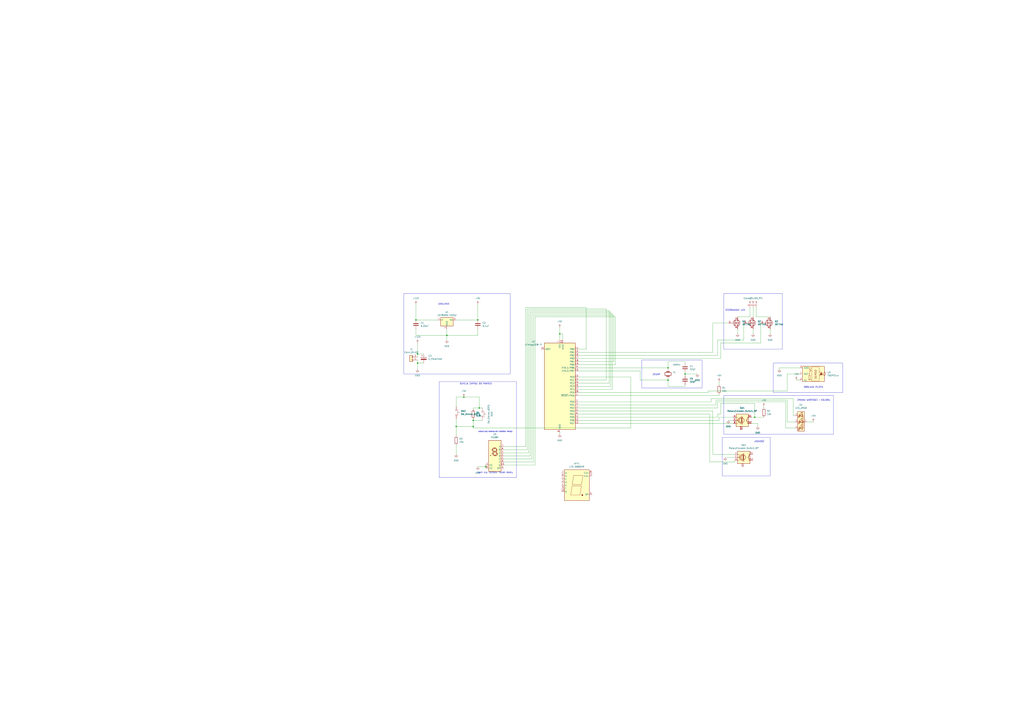
<source format=kicad_sch>
(kicad_sch (version 20231120) (generator "eeschema") (generator_version "8.0")
  (paper "A1")
  (lib_symbols
    (symbol "Connector:Conn_01x03_Pin" (pin_names (offset 1.016) hide)
      (property "Reference" "J" (at 0 5.08 0))
      (property "Value" "Conn_01x03_Pin" (at 0 -5.08 0))
      (symbol "Conn_01x03_Pin_1_1"
        (polyline (pts (xy 1.27 -2.54) (xy 0.8636 -2.54)) (stroke (width 0.1524)))
        (polyline (pts (xy 1.27 0) (xy 0.8636 0)) (stroke (width 0.1524)))
        (polyline (pts (xy 1.27 2.54) (xy 0.8636 2.54)) (stroke (width 0.1524)))
        (rectangle (start 0.8636 -2.413) (end 0 -2.667) (stroke (width 0.1524)) (fill (type outline)))
        (rectangle (start 0.8636 0.127) (end 0 -0.127) (stroke (width 0.1524)) (fill (type outline)))
        (rectangle (start 0.8636 2.667) (end 0 2.413) (stroke (width 0.1524)) (fill (type outline)))
        (pin passive line (at 5.08 2.54 180) (length 3.81) (name "Pin_1") (number "1"))
        (pin passive line (at 5.08 0 180) (length 3.81) (name "Pin_2") (number "2"))
        (pin passive line (at 5.08 -2.54 180) (length 3.81) (name "Pin_3") (number "3"))
      )
    )
    (symbol "Connector_Generic:Conn_01x02" (pin_names (offset 1.016) hide)
      (property "Reference" "J" (at 0 2.54 0))
      (property "Value" "Conn_01x02" (at 0 -5.08 0))
      (symbol "Conn_01x02_1_1"
        (rectangle (start -1.27 -2.413) (end 0 -2.667) (stroke (width 0.1524)))
        (rectangle (start -1.27 0.127) (end 0 -0.127) (stroke (width 0.1524)))
        (rectangle (start -1.27 1.27) (end 1.27 -3.81) (stroke (width 0.254)) (fill (type background)))
        (pin passive line (at -5.08 0 0) (length 3.81) (name "Pin_1") (number "1"))
        (pin passive line (at -5.08 -2.54 0) (length 3.81) (name "Pin_2") (number "2"))
      )
    )
    (symbol "Device:C" (pin_numbers hide) (pin_names (offset 0.254))
      (property "Reference" "C" (at 0.635 2.54 0))
      (property "Value" "C" (at 0.635 -2.54 0))
      (symbol "C_0_1"
        (polyline (pts (xy -2.032 -0.762) (xy 2.032 -0.762)) (stroke (width 0.508)))
        (polyline (pts (xy -2.032 0.762) (xy 2.032 0.762)) (stroke (width 0.508)))
      )
      (symbol "C_1_1"
        (pin passive line (at 0 3.81 270) (length 2.794) (name "~") (number "1"))
        (pin passive line (at 0 -3.81 90) (length 2.794) (name "~") (number "2"))
      )
    )
    (symbol "Device:C_Polarized" (pin_numbers hide) (pin_names (offset 0.254))
      (property "Reference" "C" (at 0.635 2.54 0))
      (property "Value" "C_Polarized" (at 0.635 -2.54 0))
      (symbol "C_Polarized_0_1"
        (rectangle (start -2.286 0.508) (end 2.286 1.016))
        (polyline (pts (xy -1.778 2.286) (xy -0.762 2.286)))
        (polyline (pts (xy -1.27 2.794) (xy -1.27 1.778)))
        (rectangle (start 2.286 -0.508) (end -2.286 -1.016) (fill (type outline)))
      )
      (symbol "C_Polarized_1_1"
        (pin passive line (at 0 3.81 270) (length 2.794) (name "~") (number "1"))
        (pin passive line (at 0 -3.81 90) (length 2.794) (name "~") (number "2"))
      )
    )
    (symbol "Device:Crystal" (pin_numbers hide) (pin_names (offset 1.016) hide)
      (property "Reference" "Y" (at 0 3.81 0))
      (property "Value" "Crystal" (at 0 -3.81 0))
      (symbol "Crystal_0_1"
        (rectangle (start -1.143 2.54) (end 1.143 -2.54) (stroke (width 0.3048)))
        (polyline (pts (xy -2.54 0) (xy -1.905 0)))
        (polyline (pts (xy -1.905 -1.27) (xy -1.905 1.27)) (stroke (width 0.508)))
        (polyline (pts (xy 1.905 -1.27) (xy 1.905 1.27)) (stroke (width 0.508)))
        (polyline (pts (xy 2.54 0) (xy 1.905 0)))
      )
      (symbol "Crystal_1_1"
        (pin passive line (at -3.81 0 0) (length 1.27) (name "1") (number "1"))
        (pin passive line (at 3.81 0 180) (length 1.27) (name "2") (number "2"))
      )
    )
    (symbol "Device:LED_ARGB" (pin_names (offset 0) hide)
      (property "Reference" "D" (at 0 9.398 0))
      (property "Value" "LED_ARGB" (at 0 -8.89 0))
      (symbol "LED_ARGB_0_0"
        (text "B" (at -1.905 -6.35 0) (effects (font (size 1.27 1.27))))
        (text "G" (at -1.905 -1.27 0) (effects (font (size 1.27 1.27))))
        (text "R" (at -1.905 3.81 0) (effects (font (size 1.27 1.27))))
      )
      (symbol "LED_ARGB_0_1"
        (polyline (pts (xy -1.27 -5.08) (xy -2.54 -5.08)))
        (polyline (pts (xy -1.27 -5.08) (xy 1.27 -5.08)))
        (polyline (pts (xy -1.27 -3.81) (xy -1.27 -6.35)) (stroke (width 0.254)))
        (polyline (pts (xy -1.27 0) (xy -2.54 0)))
        (polyline (pts (xy -1.27 1.27) (xy -1.27 -1.27)) (stroke (width 0.254)))
        (polyline (pts (xy -1.27 5.08) (xy -2.54 5.08)))
        (polyline (pts (xy -1.27 5.08) (xy 1.27 5.08)))
        (polyline (pts (xy -1.27 6.35) (xy -1.27 3.81)) (stroke (width 0.254)))
        (polyline (pts (xy 1.27 0) (xy -1.27 0)))
        (polyline (pts (xy 1.27 0) (xy 2.54 0)))
        (polyline (pts (xy -1.27 1.27) (xy -1.27 -1.27) (xy -1.27 -1.27)))
        (polyline (pts (xy -1.27 6.35) (xy -1.27 3.81) (xy -1.27 3.81)))
        (polyline (pts (xy 1.27 -5.08) (xy 2.032 -5.08) (xy 2.032 5.08) (xy 1.27 5.08)))
        (polyline (pts (xy 1.27 -3.81) (xy 1.27 -6.35) (xy -1.27 -5.08) (xy 1.27 -3.81)) (stroke (width 0.254)))
        (polyline (pts (xy 1.27 1.27) (xy 1.27 -1.27) (xy -1.27 0) (xy 1.27 1.27)) (stroke (width 0.254)))
        (polyline (pts (xy 1.27 6.35) (xy 1.27 3.81) (xy -1.27 5.08) (xy 1.27 6.35)) (stroke (width 0.254)))
        (polyline (pts (xy -1.016 -3.81) (xy 0.508 -2.286) (xy -0.254 -2.286) (xy 0.508 -2.286) (xy 0.508 -3.048)))
        (polyline (pts (xy -1.016 1.27) (xy 0.508 2.794) (xy -0.254 2.794) (xy 0.508 2.794) (xy 0.508 2.032)))
        (polyline (pts (xy -1.016 6.35) (xy 0.508 7.874) (xy -0.254 7.874) (xy 0.508 7.874) (xy 0.508 7.112)))
        (polyline (pts (xy 0 -3.81) (xy 1.524 -2.286) (xy 0.762 -2.286) (xy 1.524 -2.286) (xy 1.524 -3.048)))
        (polyline (pts (xy 0 1.27) (xy 1.524 2.794) (xy 0.762 2.794) (xy 1.524 2.794) (xy 1.524 2.032)))
        (polyline (pts (xy 0 6.35) (xy 1.524 7.874) (xy 0.762 7.874) (xy 1.524 7.874) (xy 1.524 7.112)))
        (rectangle (start 1.27 -1.27) (end 1.27 1.27))
        (rectangle (start 1.27 1.27) (end 1.27 1.27))
        (rectangle (start 1.27 3.81) (end 1.27 6.35))
        (rectangle (start 1.27 6.35) (end 1.27 6.35))
        (circle (center 2.032 0) (radius 0.254) (fill (type outline)))
        (rectangle (start 2.794 8.382) (end -2.794 -7.62) (stroke (width 0.254)) (fill (type background)))
      )
      (symbol "LED_ARGB_1_1"
        (pin passive line (at 5.08 0 180) (length 2.54) (name "A") (number "1"))
        (pin passive line (at -5.08 5.08 0) (length 2.54) (name "RK") (number "2"))
        (pin passive line (at -5.08 0 0) (length 2.54) (name "GK") (number "3"))
        (pin passive line (at -5.08 -5.08 0) (length 2.54) (name "BK") (number "4"))
      )
    )
    (symbol "Device:R" (pin_numbers hide) (pin_names (offset 0))
      (property "Reference" "R" (at 2.032 0 90))
      (property "Value" "R" (at 0 0 90))
      (symbol "R_0_1"
        (rectangle (start -1.016 -2.54) (end 1.016 2.54) (stroke (width 0.254)))
      )
      (symbol "R_1_1"
        (pin passive line (at 0 3.81 270) (length 1.27) (name "~") (number "1"))
        (pin passive line (at 0 -3.81 90) (length 1.27) (name "~") (number "2"))
      )
    )
    (symbol "Device:RotaryEncoder_Switch_MP" (pin_names (offset 0.254) hide)
      (property "Reference" "SW" (at 0 8.89 0))
      (property "Value" "RotaryEncoder_Switch_MP" (at 0 6.35 0))
      (symbol "RotaryEncoder_Switch_MP_0_1"
        (rectangle (start -5.08 5.08) (end 5.08 -5.08) (stroke (width 0.254)) (fill (type background)))
        (circle (center -3.81 0) (radius 0.254) (fill (type outline)))
        (circle (center -0.381 0) (radius 1.905) (stroke (width 0.254)))
        (arc (start -0.381 2.667) (mid -3.0988 -0.0635) (end -0.381 -2.794) (stroke (width 0.254)))
        (polyline (pts (xy -0.635 -1.778) (xy -0.635 1.778)) (stroke (width 0.254)))
        (polyline (pts (xy -0.381 -1.778) (xy -0.381 1.778)) (stroke (width 0.254)))
        (polyline (pts (xy -0.127 1.778) (xy -0.127 -1.778)) (stroke (width 0.254)))
        (polyline (pts (xy 3.81 0) (xy 3.429 0)) (stroke (width 0.254)))
        (polyline (pts (xy 3.81 1.016) (xy 3.81 -1.016)) (stroke (width 0.254)))
        (polyline (pts (xy -5.08 -2.54) (xy -3.81 -2.54) (xy -3.81 -2.032)))
        (polyline (pts (xy -5.08 2.54) (xy -3.81 2.54) (xy -3.81 2.032)))
        (polyline (pts (xy 0.254 -3.048) (xy -0.508 -2.794) (xy 0.127 -2.413)) (stroke (width 0.254)))
        (polyline (pts (xy 0.254 2.921) (xy -0.508 2.667) (xy 0.127 2.286)) (stroke (width 0.254)))
        (polyline (pts (xy 5.08 -2.54) (xy 4.318 -2.54) (xy 4.318 -1.016)) (stroke (width 0.254)))
        (polyline (pts (xy 5.08 2.54) (xy 4.318 2.54) (xy 4.318 1.016)) (stroke (width 0.254)))
        (polyline (pts (xy -5.08 0) (xy -3.81 0) (xy -3.81 -1.016) (xy -3.302 -2.032)))
        (polyline (pts (xy -4.318 0) (xy -3.81 0) (xy -3.81 1.016) (xy -3.302 2.032)))
        (circle (center 4.318 -1.016) (radius 0.127) (stroke (width 0.254)))
        (circle (center 4.318 1.016) (radius 0.127) (stroke (width 0.254)))
      )
      (symbol "RotaryEncoder_Switch_MP_1_1"
        (pin passive line (at -7.62 2.54 0) (length 2.54) (name "A") (number "A"))
        (pin passive line (at -7.62 -2.54 0) (length 2.54) (name "B") (number "B"))
        (pin passive line (at -7.62 0 0) (length 2.54) (name "C") (number "C"))
        (pin passive line (at 0 -7.62 90) (length 2.54) (name "MP") (number "MP"))
        (pin passive line (at 7.62 2.54 180) (length 2.54) (name "S1") (number "S1"))
        (pin passive line (at 7.62 -2.54 180) (length 2.54) (name "S2") (number "S2"))
      )
    )
    (symbol "Display_Character:D168K"
      (property "Reference" "U" (at -2.54 13.97 0))
      (property "Value" "D168K" (at 1.27 13.97 0))
      (symbol "D168K_0_0"
        (text "A" (at 0.254 5.588 0) (effects (font (size 0.508 0.508))))
        (text "B" (at 2.54 4.826 0) (effects (font (size 0.508 0.508))))
        (text "C" (at 2.286 1.778 0) (effects (font (size 0.508 0.508))))
        (text "D" (at -0.254 1.016 0) (effects (font (size 0.508 0.508))))
        (text "DP" (at 3.556 0.254 0) (effects (font (size 0.508 0.508))))
        (text "E" (at -2.54 1.778 0) (effects (font (size 0.508 0.508))))
        (text "F" (at -2.286 4.826 0) (effects (font (size 0.508 0.508))))
        (text "G" (at 0 4.064 0) (effects (font (size 0.508 0.508))))
      )
      (symbol "D168K_0_1"
        (rectangle (start -5.08 12.7) (end 5.08 -12.7) (stroke (width 0.254)) (fill (type background)))
        (polyline (pts (xy -1.524 2.794) (xy -1.778 0.762)) (stroke (width 0.508)))
        (polyline (pts (xy -1.27 0.254) (xy 0.762 0.254)) (stroke (width 0.508)))
        (polyline (pts (xy -1.27 5.842) (xy -1.524 3.81)) (stroke (width 0.508)))
        (polyline (pts (xy -1.016 3.302) (xy 1.016 3.302)) (stroke (width 0.508)))
        (polyline (pts (xy -0.762 6.35) (xy 1.27 6.35)) (stroke (width 0.508)))
        (polyline (pts (xy 1.524 2.794) (xy 1.27 0.762)) (stroke (width 0.508)))
        (polyline (pts (xy 1.778 5.842) (xy 1.524 3.81)) (stroke (width 0.508)))
        (polyline (pts (xy 2.54 0.254) (xy 2.54 0.254)) (stroke (width 0.508)))
      )
      (symbol "D168K_1_1"
        (pin input line (at -7.62 -2.54 0) (length 2.54) (name "E") (number "1"))
        (pin input line (at -7.62 -7.62 0) (length 2.54) (name "G") (number "10"))
        (pin input line (at -7.62 0 0) (length 2.54) (name "D") (number "2"))
        (pin input line (at 7.62 -7.62 180) (length 2.54) (name "CC") (number "3"))
        (pin input line (at -7.62 2.54 0) (length 2.54) (name "C") (number "4"))
        (pin input line (at -7.62 -10.16 0) (length 2.54) (name "DP") (number "5"))
        (pin input line (at -7.62 5.08 0) (length 2.54) (name "B") (number "6"))
        (pin input line (at -7.62 7.62 0) (length 2.54) (name "A") (number "7"))
        (pin input line (at 7.62 -10.16 180) (length 2.54) (name "CC") (number "8"))
        (pin input line (at -7.62 -5.08 0) (length 2.54) (name "F") (number "9"))
      )
    )
    (symbol "Display_Character:LTS-6960HR"
      (property "Reference" "AFF" (at -7.874 13.97 0))
      (property "Value" "LTS-6960HR" (at -2.032 13.97 0))
      (symbol "LTS-6960HR_0_1"
        (rectangle (start -10.16 12.7) (end 10.16 -12.7) (stroke (width 0.254)) (fill (type background)))
        (polyline (pts (xy -3.81 -0.508) (xy 3.81 -0.508) (xy 2.54 -8.128) (xy -5.08 -8.128) (xy -3.81 -0.508) (xy -3.81 -0.508)))
        (polyline (pts (xy -2.54 8.128) (xy 5.08 8.128) (xy 3.81 0.508) (xy -3.81 0.508) (xy -2.54 8.128) (xy -2.54 8.128)))
        (circle (center 4.572 -8.128) (radius 0.508) (fill (type outline)))
      )
      (symbol "LTS-6960HR_1_1"
        (pin passive line (at -12.7 0 0) (length 2.54) (name "e") (number "1"))
        (pin passive line (at -12.7 -5.08 0) (length 2.54) (name "g") (number "10"))
        (pin passive line (at -12.7 2.54 0) (length 2.54) (name "d") (number "2"))
        (pin passive line (at 12.7 7.62 180) (length 2.54) (name "C.A.") (number "3"))
        (pin passive line (at -12.7 5.08 0) (length 2.54) (name "c") (number "4"))
        (pin passive line (at 12.7 -7.62 180) (length 2.54) (name "DP") (number "5"))
        (pin passive line (at -12.7 7.62 0) (length 2.54) (name "b") (number "6"))
        (pin passive line (at -12.7 10.16 0) (length 2.54) (name "a") (number "7"))
        (pin passive line (at 12.7 10.16 180) (length 2.54) (name "C.A.") (number "8"))
        (pin passive line (at -12.7 -2.54 0) (length 2.54) (name "f") (number "9"))
      )
    )
    (symbol "Interface_Optical:TSOP21xx" (pin_names (offset 1.016))
      (property "Reference" "U" (at -10.16 7.62 0))
      (property "Value" "TSOP21xx" (at -10.16 -7.62 0))
      (symbol "TSOP21xx_0_0"
        (arc (start -10.287 1.397) (mid -11.0899 -0.1852) (end -10.287 -1.778) (stroke (width 0.254)) (fill (type background)))
        (polyline (pts (xy 1.905 -5.08) (xy 0.127 -5.08)))
        (polyline (pts (xy 1.905 5.08) (xy 0.127 5.08)))
        (text "DEMOD" (at -3.175 0.254 900) (effects (font (size 1.524 1.524))))
      )
      (symbol "TSOP21xx_0_1"
        (rectangle (start -6.096 5.588) (end 0.127 -5.588))
        (polyline (pts (xy -8.763 0.381) (xy -9.652 1.27)))
        (polyline (pts (xy -8.763 0.381) (xy -9.271 0.381)))
        (polyline (pts (xy -8.763 0.381) (xy -8.763 0.889)))
        (polyline (pts (xy -8.636 -0.635) (xy -9.525 0.254)))
        (polyline (pts (xy -8.636 -0.635) (xy -9.144 -0.635)))
        (polyline (pts (xy -8.636 -0.635) (xy -8.636 -0.127)))
        (polyline (pts (xy -8.382 -1.016) (xy -6.731 -1.016)))
        (polyline (pts (xy 1.27 -2.921) (xy 0.127 -2.921)))
        (polyline (pts (xy 1.27 -1.905) (xy 1.27 -3.81)))
        (polyline (pts (xy 1.397 -3.556) (xy 1.524 -3.556)))
        (polyline (pts (xy 1.651 -3.556) (xy 1.524 -3.556)))
        (polyline (pts (xy 1.651 -3.556) (xy 1.651 -3.302)))
        (polyline (pts (xy 1.905 0) (xy 1.905 1.27)))
        (polyline (pts (xy 1.905 4.445) (xy 1.905 5.08) (xy 2.54 5.08)))
        (polyline (pts (xy -8.382 0.635) (xy -6.731 0.635) (xy -7.62 -1.016) (xy -8.382 0.635)) (fill (type outline)))
        (polyline (pts (xy -6.096 1.397) (xy -7.62 1.397) (xy -7.62 -1.778) (xy -6.096 -1.778)))
        (polyline (pts (xy 1.27 -3.175) (xy 1.905 -3.81) (xy 1.905 -5.08) (xy 2.54 -5.08)))
        (polyline (pts (xy 1.27 -2.54) (xy 1.905 -1.905) (xy 1.905 0) (xy 2.54 0)))
        (rectangle (start 2.54 1.27) (end 1.27 4.445))
        (rectangle (start 7.62 6.35) (end -10.16 -6.35) (stroke (width 0.254)) (fill (type background)))
      )
      (symbol "TSOP21xx_1_1"
        (pin output line (at 10.16 0 180) (length 2.54) (name "OUT") (number "1"))
        (pin power_in line (at 10.16 5.08 180) (length 2.54) (name "Vs") (number "2"))
        (pin power_in line (at 10.16 -5.08 180) (length 2.54) (name "GND") (number "3"))
      )
    )
    (symbol "MCU_Microchip_ATmega:ATmega328-P"
      (property "Reference" "U" (at -12.7 36.83 0))
      (property "Value" "ATmega328-P" (at 2.54 -36.83 0))
      (symbol "ATmega328-P_0_1"
        (rectangle (start -12.7 -35.56) (end 12.7 35.56) (stroke (width 0.254)) (fill (type background)))
      )
      (symbol "ATmega328-P_1_1"
        (pin bidirectional line (at 15.24 -7.62 180) (length 2.54) (name "~{RESET}/PC6") (number "1"))
        (pin bidirectional line (at 15.24 12.7 180) (length 2.54) (name "XTAL2/PB7") (number "10"))
        (pin bidirectional line (at 15.24 -25.4 180) (length 2.54) (name "PD5") (number "11"))
        (pin bidirectional line (at 15.24 -27.94 180) (length 2.54) (name "PD6") (number "12"))
        (pin bidirectional line (at 15.24 -30.48 180) (length 2.54) (name "PD7") (number "13"))
        (pin bidirectional line (at 15.24 30.48 180) (length 2.54) (name "PB0") (number "14"))
        (pin bidirectional line (at 15.24 27.94 180) (length 2.54) (name "PB1") (number "15"))
        (pin bidirectional line (at 15.24 25.4 180) (length 2.54) (name "PB2") (number "16"))
        (pin bidirectional line (at 15.24 22.86 180) (length 2.54) (name "PB3") (number "17"))
        (pin bidirectional line (at 15.24 20.32 180) (length 2.54) (name "PB4") (number "18"))
        (pin bidirectional line (at 15.24 17.78 180) (length 2.54) (name "PB5") (number "19"))
        (pin bidirectional line (at 15.24 -12.7 180) (length 2.54) (name "PD0") (number "2"))
        (pin power_in line (at 2.54 38.1 270) (length 2.54) (name "AVCC") (number "20"))
        (pin passive line (at -15.24 30.48 0) (length 2.54) (name "AREF") (number "21"))
        (pin passive line (at 0 -38.1 90) (length 2.54) hide (name "GND") (number "22"))
        (pin bidirectional line (at 15.24 7.62 180) (length 2.54) (name "PC0") (number "23"))
        (pin bidirectional line (at 15.24 5.08 180) (length 2.54) (name "PC1") (number "24"))
        (pin bidirectional line (at 15.24 2.54 180) (length 2.54) (name "PC2") (number "25"))
        (pin bidirectional line (at 15.24 0 180) (length 2.54) (name "PC3") (number "26"))
        (pin bidirectional line (at 15.24 -2.54 180) (length 2.54) (name "PC4") (number "27"))
        (pin bidirectional line (at 15.24 -5.08 180) (length 2.54) (name "PC5") (number "28"))
        (pin bidirectional line (at 15.24 -15.24 180) (length 2.54) (name "PD1") (number "3"))
        (pin bidirectional line (at 15.24 -17.78 180) (length 2.54) (name "PD2") (number "4"))
        (pin bidirectional line (at 15.24 -20.32 180) (length 2.54) (name "PD3") (number "5"))
        (pin bidirectional line (at 15.24 -22.86 180) (length 2.54) (name "PD4") (number "6"))
        (pin power_in line (at 0 38.1 270) (length 2.54) (name "VCC") (number "7"))
        (pin power_in line (at 0 -38.1 90) (length 2.54) (name "GND") (number "8"))
        (pin bidirectional line (at 15.24 15.24 180) (length 2.54) (name "XTAL1/PB6") (number "9"))
      )
    )
    (symbol "Regulator_Linear:LM78M05_TO252" (pin_names (offset 0.254))
      (property "Reference" "U" (at -3.81 3.175 0))
      (property "Value" "LM78M05_TO252" (at 0 3.175 0))
      (symbol "LM78M05_TO252_0_1"
        (rectangle (start -5.08 1.905) (end 5.08 -5.08) (stroke (width 0.254)) (fill (type background)))
      )
      (symbol "LM78M05_TO252_1_1"
        (pin power_in line (at -7.62 0 0) (length 2.54) (name "VI") (number "1"))
        (pin power_in line (at 0 -7.62 90) (length 2.54) (name "GND") (number "2"))
        (pin power_out line (at 7.62 0 180) (length 2.54) (name "VO") (number "3"))
      )
    )
    (symbol "Switch:SW_Omron_B3FS" (pin_numbers hide) (pin_names (offset 1.016) hide)
      (property "Reference" "SW" (at 1.27 2.54 0))
      (property "Value" "SW_Omron_B3FS" (at 0 -1.524 0))
      (symbol "SW_Omron_B3FS_0_1"
        (circle (center -2.032 0) (radius 0.508))
        (polyline (pts (xy 0 1.27) (xy 0 3.048)))
        (polyline (pts (xy 2.54 1.27) (xy -2.54 1.27)))
        (circle (center 2.032 0) (radius 0.508))
        (pin passive line (at -5.08 0 0) (length 2.54) (name "1") (number "1"))
        (pin passive line (at 5.08 0 180) (length 2.54) (name "2") (number "2"))
      )
    )
    (symbol "Transistor_FET:IRF740" (pin_names hide)
      (property "Reference" "Q" (at 5.08 1.905 0))
      (property "Value" "IRF740" (at 5.08 0 0))
      (symbol "IRF740_0_1"
        (polyline (pts (xy 0.254 0) (xy -2.54 0)))
        (polyline (pts (xy 0.254 1.905) (xy 0.254 -1.905)) (stroke (width 0.254)))
        (polyline (pts (xy 0.762 -1.27) (xy 0.762 -2.286)) (stroke (width 0.254)))
        (polyline (pts (xy 0.762 0.508) (xy 0.762 -0.508)) (stroke (width 0.254)))
        (polyline (pts (xy 0.762 2.286) (xy 0.762 1.27)) (stroke (width 0.254)))
        (polyline (pts (xy 2.54 2.54) (xy 2.54 1.778)))
        (polyline (pts (xy 2.54 -2.54) (xy 2.54 0) (xy 0.762 0)))
        (polyline (pts (xy 0.762 -1.778) (xy 3.302 -1.778) (xy 3.302 1.778) (xy 0.762 1.778)))
        (polyline (pts (xy 1.016 0) (xy 2.032 0.381) (xy 2.032 -0.381) (xy 1.016 0)) (fill (type outline)))
        (polyline (pts (xy 2.794 0.508) (xy 2.921 0.381) (xy 3.683 0.381) (xy 3.81 0.254)))
        (polyline (pts (xy 3.302 0.381) (xy 2.921 -0.254) (xy 3.683 -0.254) (xy 3.302 0.381)))
        (circle (center 1.651 0) (radius 2.794) (stroke (width 0.254)))
        (circle (center 2.54 -1.778) (radius 0.254) (fill (type outline)))
        (circle (center 2.54 1.778) (radius 0.254) (fill (type outline)))
      )
      (symbol "IRF740_1_1"
        (pin input line (at -5.08 0 0) (length 2.54) (name "G") (number "1"))
        (pin passive line (at 2.54 5.08 270) (length 2.54) (name "D") (number "2"))
        (pin passive line (at 2.54 -5.08 90) (length 2.54) (name "S") (number "3"))
      )
    )
    (symbol "power:+12V" (power) (pin_numbers hide) (pin_names (offset 0) hide)
      (property "Value" "+12V" (at 0 3.556 0))
      (symbol "+12V_0_1"
        (polyline (pts (xy -0.762 1.27) (xy 0 2.54)))
        (polyline (pts (xy 0 0) (xy 0 2.54)))
        (polyline (pts (xy 0 2.54) (xy 0.762 1.27)))
      )
      (symbol "+12V_1_1"
        (pin power_in line (at 0 0 90) (length 0) (name "~") (number "1"))
      )
    )
    (symbol "power:+5V" (power) (pin_numbers hide) (pin_names (offset 0) hide)
      (property "Value" "+5V" (at 0 3.556 0))
      (symbol "+5V_0_1"
        (polyline (pts (xy -0.762 1.27) (xy 0 2.54)))
        (polyline (pts (xy 0 0) (xy 0 2.54)))
        (polyline (pts (xy 0 2.54) (xy 0.762 1.27)))
      )
      (symbol "+5V_1_1"
        (pin power_in line (at 0 0 90) (length 0) (name "~") (number "1"))
      )
    )
    (symbol "power:GND" (power) (pin_numbers hide) (pin_names (offset 0) hide)
      (property "Value" "GND" (at 0 -3.81 0))
      (symbol "GND_0_1"
        (polyline (pts (xy 0 0) (xy 0 -1.27) (xy 1.27 -1.27) (xy 0 -2.54) (xy -1.27 -1.27) (xy 0 -1.27)))
      )
      (symbol "GND_1_1"
        (pin power_in line (at 0 0 270) (length 0) (name "~") (number "1"))
      )
    )
  )
  (junction (at 342.9 290.83))
  (junction (at 459.74 274.32))
  (junction (at 393.7 335.28))
  (junction (at 619.76 342.9))
  (junction (at 381 326.39))
  (junction (at 392.43 262.89))
  (junction (at 374.65 350.52))
  (junction (at 548.64 302.26))
  (junction (at 388.62 345.44))
  (junction (at 398.78 383.54))
  (junction (at 388.62 350.52))
  (junction (at 342.9 298.45))
  (junction (at 341.63 262.89))
  (junction (at 548.64 312.42))
  (junction (at 562.61 307.34))
  (junction (at 367.03 275.59))
  (wire (pts (xy 462.28 274.32) (xy 459.74 274.32)))
  (wire (pts (xy 341.63 275.59) (xy 367.03 275.59)))
  (wire (pts (xy 439.42 260.35) (xy 505.46 260.35)))
  (wire (pts (xy 588.01 328.93) (xy 646.43 328.93)))
  (wire (pts (xy 439.42 382.27) (xy 439.42 260.35)))
  (wire (pts (xy 585.47 265.43) (xy 585.47 289.56)))
  (wire (pts (xy 474.98 325.12) (xy 590.55 325.12)))
  (wire (pts (xy 662.94 346.71) (xy 668.02 346.71)))
  (wire (pts (xy 342.9 303.53) (xy 342.9 298.45)))
  (wire (pts (xy 481.33 252.73) (xy 481.33 287.02)))
  (wire (pts (xy 474.98 345.44) (xy 590.55 345.44)))
  (wire (pts (xy 341.63 270.51) (xy 341.63 275.59)))
  (wire (pts (xy 431.8 367.03) (xy 431.8 252.73)))
  (wire (pts (xy 459.74 269.24) (xy 459.74 274.32)))
  (wire (pts (xy 645.16 351.79) (xy 652.78 351.79)))
  (wire (pts (xy 610.87 279.4) (xy 610.87 265.43)))
  (wire (pts (xy 367.03 270.51) (xy 367.03 275.59)))
  (wire (pts (xy 474.98 294.64) (xy 591.82 294.64)))
  (wire (pts (xy 474.98 347.98) (xy 601.98 347.98)))
  (wire (pts (xy 590.55 323.85) (xy 590.55 325.12)))
  (wire (pts (xy 500.38 314.96) (xy 474.98 314.96)))
  (wire (pts (xy 414.02 374.65) (xy 435.61 374.65)))
  (wire (pts (xy 585.47 373.38) (xy 585.47 337.82)))
  (wire (pts (xy 548.64 317.5) (xy 562.61 317.5)))
  (wire (pts (xy 585.47 265.43) (xy 598.17 265.43)))
  (wire (pts (xy 374.65 326.39) (xy 381 326.39)))
  (wire (pts (xy 497.84 312.42) (xy 474.98 312.42)))
  (wire (pts (xy 342.9 298.45) (xy 347.98 298.45)))
  (wire (pts (xy 414.02 379.73) (xy 438.15 379.73)))
  (wire (pts (xy 618.49 274.32) (xy 618.49 270.51)))
  (wire (pts (xy 388.62 336.55) (xy 388.62 335.28)))
  (wire (pts (xy 603.25 373.38) (xy 585.47 373.38)))
  (wire (pts (xy 414.02 372.11) (xy 434.34 372.11)))
  (wire (pts (xy 525.78 312.42) (xy 548.64 312.42)))
  (wire (pts (xy 581.66 321.31) (xy 646.43 321.31)))
  (wire (pts (xy 474.98 309.88) (xy 518.16 309.88)))
  (wire (pts (xy 651.51 327.66) (xy 651.51 341.63)))
  (wire (pts (xy 617.22 347.98) (xy 622.3 347.98)))
  (wire (pts (xy 392.43 250.19) (xy 392.43 262.89)))
  (wire (pts (xy 562.61 308.61) (xy 562.61 307.34)))
  (wire (pts (xy 474.98 342.9) (xy 589.28 342.9)))
  (wire (pts (xy 474.98 330.2) (xy 584.2 330.2)))
  (wire (pts (xy 548.64 311.15) (xy 548.64 312.42)))
  (wire (pts (xy 617.22 342.9) (xy 619.76 342.9)))
  (wire (pts (xy 584.2 330.2) (xy 584.2 327.66)))
  (wire (pts (xy 656.59 307.34) (xy 646.43 307.34)))
  (wire (pts (xy 588.01 332.74) (xy 588.01 328.93)))
  (wire (pts (xy 601.98 342.9) (xy 590.55 342.9)))
  (wire (pts (xy 434.34 255.27) (xy 500.38 255.27)))
  (wire (pts (xy 459.74 274.32) (xy 459.74 279.4)))
  (wire (pts (xy 646.43 328.93) (xy 646.43 346.71)))
  (wire (pts (xy 388.62 350.52) (xy 374.65 350.52)))
  (wire (pts (xy 621.03 260.35) (xy 621.03 252.73)))
  (wire (pts (xy 562.61 307.34) (xy 572.77 307.34)))
  (wire (pts (xy 548.64 297.18) (xy 562.61 297.18)))
  (wire (pts (xy 632.46 274.32) (xy 632.46 270.51)))
  (wire (pts (xy 474.98 302.26) (xy 548.64 302.26)))
  (wire (pts (xy 342.9 298.45) (xy 342.9 295.91)))
  (wire (pts (xy 374.65 373.38) (xy 374.65 365.76)))
  (wire (pts (xy 548.64 297.18) (xy 548.64 302.26)))
  (wire (pts (xy 374.65 344.17) (xy 374.65 350.52)))
  (wire (pts (xy 595.63 375.92) (xy 603.25 375.92)))
  (wire (pts (xy 590.55 313.69) (xy 590.55 316.23)))
  (wire (pts (xy 605.79 260.35) (xy 615.95 260.35)))
  (wire (pts (xy 392.43 383.54) (xy 398.78 383.54)))
  (wire (pts (xy 646.43 307.34) (xy 646.43 321.31)))
  (wire (pts (xy 591.82 340.36) (xy 589.28 340.36)))
  (wire (pts (xy 435.61 256.54) (xy 501.65 256.54)))
  (wire (pts (xy 436.88 257.81) (xy 502.92 257.81)))
  (wire (pts (xy 392.43 275.59) (xy 392.43 270.51)))
  (wire (pts (xy 414.02 382.27) (xy 439.42 382.27)))
  (wire (pts (xy 414.02 377.19) (xy 436.88 377.19)))
  (wire (pts (xy 589.28 330.2) (xy 645.16 330.2)))
  (wire (pts (xy 591.82 281.94) (xy 624.84 281.94)))
  (wire (pts (xy 518.16 309.88) (xy 518.16 351.79)))
  (wire (pts (xy 582.93 379.73) (xy 582.93 340.36)))
  (wire (pts (xy 459.74 355.6) (xy 459.74 356.87)))
  (wire (pts (xy 481.33 287.02) (xy 474.98 287.02)))
  (wire (pts (xy 474.98 335.28) (xy 589.28 335.28)))
  (wire (pts (xy 591.82 294.64) (xy 591.82 281.94)))
  (wire (pts (xy 438.15 379.73) (xy 438.15 259.08)))
  (wire (pts (xy 341.63 250.19) (xy 341.63 262.89)))
  (wire (pts (xy 414.02 369.57) (xy 433.07 369.57)))
  (wire (pts (xy 388.62 351.79) (xy 388.62 350.52)))
  (wire (pts (xy 381 326.39) (xy 393.7 326.39)))
  (wire (pts (xy 548.64 312.42) (xy 548.64 317.5)))
  (wire (pts (xy 388.62 344.17) (xy 388.62 345.44)))
  (wire (pts (xy 645.16 330.2) (xy 645.16 351.79)))
  (wire (pts (xy 589.28 340.36) (xy 589.28 342.9)))
  (wire (pts (xy 433.07 369.57) (xy 433.07 254)))
  (wire (pts (xy 342.9 290.83) (xy 347.98 290.83)))
  (wire (pts (xy 342.9 290.83) (xy 342.9 293.37)))
  (wire (pts (xy 388.62 335.28) (xy 393.7 335.28)))
  (wire (pts (xy 585.47 337.82) (xy 474.98 337.82)))
  (wire (pts (xy 497.84 254) (xy 497.84 312.42)))
  (wire (pts (xy 388.62 345.44) (xy 388.62 350.52)))
  (wire (pts (xy 618.49 252.73) (xy 618.49 260.35)))
  (wire (pts (xy 501.65 256.54) (xy 501.65 317.5)))
  (wire (pts (xy 589.28 279.4) (xy 610.87 279.4)))
  (wire (pts (xy 474.98 304.8) (xy 525.78 304.8)))
  (wire (pts (xy 398.78 383.54) (xy 398.78 384.81)))
  (wire (pts (xy 367.03 275.59) (xy 367.03 279.4)))
  (wire (pts (xy 398.78 382.27) (xy 398.78 383.54)))
  (wire (pts (xy 474.98 289.56) (xy 585.47 289.56)))
  (wire (pts (xy 640.08 302.26) (xy 640.08 303.53)))
  (wire (pts (xy 651.51 341.63) (xy 652.78 341.63)))
  (wire (pts (xy 624.84 281.94) (xy 624.84 265.43)))
  (wire (pts (xy 342.9 281.94) (xy 342.9 290.83)))
  (wire (pts (xy 435.61 374.65) (xy 435.61 256.54)))
  (wire (pts (xy 374.65 334.01) (xy 374.65 326.39)))
  (wire (pts (xy 434.34 372.11) (xy 434.34 255.27)))
  (wire (pts (xy 582.93 340.36) (xy 474.98 340.36)))
  (wire (pts (xy 501.65 317.5) (xy 474.98 317.5)))
  (wire (pts (xy 605.79 274.32) (xy 605.79 270.51)))
  (wire (pts (xy 393.7 326.39) (xy 393.7 335.28)))
  (wire (pts (xy 548.64 302.26) (xy 548.64 303.53)))
  (wire (pts (xy 615.95 260.35) (xy 615.95 252.73)))
  (wire (pts (xy 431.8 252.73) (xy 481.33 252.73)))
  (wire (pts (xy 433.07 254) (xy 497.84 254)))
  (wire (pts (xy 656.59 302.26) (xy 640.08 302.26)))
  (wire (pts (xy 504.19 297.18) (xy 474.98 297.18)))
  (wire (pts (xy 438.15 259.08) (xy 504.19 259.08)))
  (wire (pts (xy 622.3 347.98) (xy 622.3 350.52)))
  (wire (pts (xy 562.61 297.18) (xy 562.61 298.45)))
  (wire (pts (xy 603.25 379.73) (xy 582.93 379.73)))
  (wire (pts (xy 619.76 342.9) (xy 627.38 342.9)))
  (wire (pts (xy 603.25 379.73) (xy 603.25 378.46)))
  (wire (pts (xy 502.92 257.81) (xy 502.92 320.04)))
  (wire (pts (xy 589.28 335.28) (xy 589.28 330.2)))
  (wire (pts (xy 414.02 367.03) (xy 431.8 367.03)))
  (wire (pts (xy 505.46 260.35) (xy 505.46 299.72)))
  (wire (pts (xy 393.7 335.28) (xy 396.24 335.28)))
  (wire (pts (xy 505.46 299.72) (xy 474.98 299.72)))
  (wire (pts (xy 388.62 345.44) (xy 396.24 345.44)))
  (wire (pts (xy 462.28 279.4) (xy 462.28 274.32)))
  (wire (pts (xy 627.38 335.28) (xy 627.38 334.01)))
  (wire (pts (xy 654.05 312.42) (xy 656.59 312.42)))
  (wire (pts (xy 474.98 332.74) (xy 588.01 332.74)))
  (wire (pts (xy 562.61 317.5) (xy 562.61 316.23)))
  (wire (pts (xy 502.92 320.04) (xy 474.98 320.04)))
  (wire (pts (xy 562.61 306.07) (xy 562.61 307.34)))
  (wire (pts (xy 341.63 262.89) (xy 359.41 262.89)))
  (wire (pts (xy 590.55 342.9) (xy 590.55 345.44)))
  (wire (pts (xy 589.28 292.1) (xy 589.28 279.4)))
  (wire (pts (xy 646.43 346.71) (xy 652.78 346.71)))
  (wire (pts (xy 598.17 345.44) (xy 601.98 345.44)))
  (wire (pts (xy 581.66 322.58) (xy 474.98 322.58)))
  (wire (pts (xy 591.82 331.47) (xy 591.82 340.36)))
  (wire (pts (xy 367.03 275.59) (xy 392.43 275.59)))
  (wire (pts (xy 374.65 350.52) (xy 374.65 358.14)))
  (wire (pts (xy 632.46 260.35) (xy 621.03 260.35)))
  (wire (pts (xy 500.38 255.27) (xy 500.38 314.96)))
  (wire (pts (xy 388.62 351.79) (xy 518.16 351.79)))
  (wire (pts (xy 474.98 292.1) (xy 589.28 292.1)))
  (wire (pts (xy 374.65 262.89) (xy 392.43 262.89)))
  (wire (pts (xy 584.2 327.66) (xy 651.51 327.66)))
  (wire (pts (xy 581.66 321.31) (xy 581.66 322.58)))
  (wire (pts (xy 525.78 312.42) (xy 525.78 304.8)))
  (wire (pts (xy 504.19 259.08) (xy 504.19 297.18)))
  (wire (pts (xy 436.88 377.19) (xy 436.88 257.81)))
  (wire (pts (xy 619.76 331.47) (xy 591.82 331.47)))
  (wire (pts (xy 619.76 342.9) (xy 619.76 331.47)))
  (rectangle (start 527.05 295.91) (end 576.58 318.77))
  (rectangle (start 635 298.45) (end 692.15 322.58))
  (rectangle (start 594.36 325.12) (end 684.53 356.87))
  (rectangle (start 593.09 359.41) (end 632.46 391.16))
  (rectangle (start 331.47 241.3) (end 419.1 307.34))
  (rectangle (start 594.36 241.3) (end 642.62 287.02))
  (rectangle (start 360.68 313.69) (end 424.18 392.43))
  (text "STEROWANIE LED" (at 603.758 255.016 0) (effects (font (size 1.27 1.27))))
  (text "ZEGAR" (at 538.988 307.848 0) (effects (font (size 1.27 1.27))))
  (text "SEKCJA ZAPISU DO PAMIECI" (at 390.906 315.468 0) (effects (font (size 1.27 1.27))))
  (text "WYSWIETLACZ OKRESLAJACY KOMORKE PAMIĘCI" (at 406.908 354.838 0) (effects (font (size 0.8 0.8))))
  (text "ZASILANIE" (at 364.49 249.936 0) (effects (font (size 1.27 1.27))))
  (text "OBSŁUGA PILOTA" (at 668.02 318.262 0) (effects (font (size 1.27 1.27))))
  (text "JASNOŚĆ" (at 623.57 362.966 0) (effects (font (size 1.27 1.27))))
  (text "ZMIANA WARTOSCI I KOLORU" (at 668.274 328.93 0) (effects (font (size 1.27 1.27))))
  (text "nwm czy rozstaw nozek dobry\n" (at 406.654 388.366 0) (effects (font (size 1.27 1.27))))
  (symbol (lib_id "power:GND") (at 640.08 303.53 0) (unit 1)
    (property "Reference" "#PWR021" (effects (hide yes)))
    (property "Value" "GND" (at 640.08 308.61 0))
    (property "Description" "Power symbol creates a global label with name \"GND\" , ground" (effects (hide yes)))
  )
  (symbol (lib_id "power:+5V") (at 459.74 269.24 0) (unit 1)
    (property "Reference" "#PWR07" (effects (hide yes)))
    (property "Value" "+5V" (at 459.74 264.16 0))
    (property "Description" "Power symbol creates a global label with name \"+5V\"" (effects (hide yes)))
  )
  (symbol (lib_id "Display_Character:LTS-6960HR") (at 473.71 398.78 0) (unit 1)
    (property "Reference" "AFF1" (at 473.71 381 0))
    (property "Value" "LTS-6960HR" (at 473.71 383.54 0))
    (property "Footprint" "Display_7Segment:7SegmentLED_LTS6760_LTS6780" (effects (hide yes)))
    (property "Datasheet" "https://datasheet.octopart.com/LTS-6960HR-Lite-On-datasheet-11803242.pdf" (effects (hide yes)))
    (property "Description" "DISPLAY 7 SEGMENTS common A." (effects (hide yes)))
  )
  (symbol (lib_id "power:GND") (at 605.79 274.32 0) (unit 1)
    (property "Reference" "#PWR012" (effects (hide yes)))
    (property "Value" "GND" (at 605.79 279.4 0))
    (property "Description" "Power symbol creates a global label with name \"GND\" , ground" (effects (hide yes)))
  )
  (symbol (lib_id "Switch:SW_Omron_B3FS") (at 396.24 340.36 270) (unit 1)
    (property "Reference" "SW3" (at 403.86 340.36 0))
    (property "Value" "SW_Omron_B3FS" (at 401.32 340.36 0))
    (property "Footprint" "Button_Switch_SMD:SW_SPST_Omron_B3FS-100xP" (effects (hide yes)))
    (property "Datasheet" "https://omronfs.omron.com/en_US/ecb/products/pdf/en-b3fs.pdf" (effects (hide yes)))
    (property "Description" "Omron B3FS 6x6mm single pole normally-open tactile switch" (effects (hide yes)))
  )
  (symbol (lib_id "Switch:SW_Omron_B3FS") (at 374.65 339.09 270) (unit 1)
    (property "Reference" "SW2" (at 378.46 337.8199 90) (effects (justify left)))
    (property "Value" "SW_Omron_B3FS" (at 378.46 340.3599 90) (effects (justify left)))
    (property "Footprint" "Button_Switch_SMD:SW_SPST_Omron_B3FS-100xP" (effects (hide yes)))
    (property "Datasheet" "https://omronfs.omron.com/en_US/ecb/products/pdf/en-b3fs.pdf" (effects (hide yes)))
    (property "Description" "Omron B3FS 6x6mm single pole normally-open tactile switch" (effects (hide yes)))
  )
  (symbol (lib_id "power:+5V") (at 381 326.39 0) (unit 1)
    (property "Reference" "#PWR010" (effects (hide yes)))
    (property "Value" "+5V" (at 381 321.31 0))
    (property "Description" "Power symbol creates a global label with name \"+5V\"" (effects (hide yes)))
  )
  (symbol (lib_id "Device:R") (at 388.62 340.36 0) (unit 1)
    (property "Reference" "R4" (at 391.16 339.0899 0) (effects (justify left)))
    (property "Value" "6,8k" (at 391.16 341.6299 0) (effects (justify left)))
    (property "Footprint" "Resistor_THT:R_Axial_DIN0617_L17.0mm_D6.0mm_P20.32mm_Horizontal" (effects (hide yes)))
    (property "Description" "Resistor" (effects (hide yes)))
  )
  (symbol (lib_id "Device:C_Polarized") (at 347.98 294.64 0) (unit 1)
    (property "Reference" "C3" (at 351.79 292.4809 0) (effects (justify left)))
    (property "Value" "C_Polarized" (at 351.79 295.0209 0) (effects (justify left)))
    (property "Footprint" "Capacitor_THT:CP_Radial_D5.0mm_P2.50mm" (effects (hide yes)))
    (property "Description" "Polarized capacitor" (effects (hide yes)))
  )
  (symbol (lib_id "Device:Crystal") (at 548.64 307.34 90) (unit 1)
    (property "Reference" "Y1" (at 552.45 306.0699 90) (effects (justify right)))
    (property "Value" "16MHz" (at 552.45 299.7199 90) (effects (justify right)))
    (property "Description" "Two pin crystal" (effects (hide yes)))
  )
  (symbol (lib_id "power:GND") (at 342.9 303.53 0) (unit 1)
    (property "Reference" "#PWR05" (effects (hide yes)))
    (property "Value" "GND" (at 342.9 308.61 0))
    (property "Description" "Power symbol creates a global label with name \"GND\" , ground" (effects (hide yes)))
  )
  (symbol (lib_id "Connector_Generic:Conn_01x02") (at 337.82 295.91 180) (unit 1)
    (property "Reference" "J1" (at 337.82 287.02 0))
    (property "Value" "Conn_01x02" (at 337.82 289.56 0))
    (property "Footprint" "Connector_Wire:SolderWire-0.75sqmm_1x02_P7mm_D1.25mm_OD3.5mm" (effects (hide yes)))
    (property "Description" "Generic connector, single row, 01x02, script generated (kicad-library-utils/schlib/autogen/connector/)" (effects (hide yes)))
  )
  (symbol (lib_id "power:GND") (at 374.65 373.38 0) (unit 1)
    (property "Reference" "#PWR011" (effects (hide yes)))
    (property "Value" "GND" (at 374.65 378.46 0))
    (property "Description" "Power symbol creates a global label with name \"GND\" , ground" (effects (hide yes)))
  )
  (symbol (lib_id "Connector:Conn_01x03_Pin") (at 618.49 247.65 270) (unit 1)
    (property "Reference" "J2" (at 615.95 245.11 90))
    (property "Value" "Conn_01x03_Pin" (at 618.49 245.11 90))
    (property "Footprint" "Connector_Wire:SolderWire-1sqmm_1x03_P7.8mm_D1.4mm_OD3.9mm" (effects (hide yes)))
    (property "Description" "Generic connector, single row, 01x03, script generated" (effects (hide yes)))
  )
  (symbol (lib_id "power:+5V") (at 590.55 313.69 0) (unit 1)
    (property "Reference" "#PWR09" (effects (hide yes)))
    (property "Value" "+5V" (at 590.55 308.61 0))
    (property "Description" "Power symbol creates a global label with name \"+5V\"" (effects (hide yes)))
  )
  (symbol (lib_id "Device:R") (at 590.55 320.04 0) (unit 1)
    (property "Reference" "R1" (at 593.09 318.7699 0) (effects (justify left)))
    (property "Value" "10k" (at 593.09 321.3099 0) (effects (justify left)))
    (property "Footprint" "Resistor_THT:R_Axial_DIN0617_L17.0mm_D6.0mm_P20.32mm_Horizontal" (effects (hide yes)))
    (property "Description" "Resistor" (effects (hide yes)))
  )
  (symbol (lib_id "power:GND") (at 598.17 345.44 0) (unit 1)
    (property "Reference" "#PWR015" (effects (hide yes)))
    (property "Value" "GND" (at 598.17 350.52 0))
    (property "Description" "Power symbol creates a global label with name \"GND\" , ground" (effects (hide yes)))
  )
  (symbol (lib_id "Device:C") (at 341.63 266.7 0) (unit 1)
    (property "Reference" "C1" (at 345.44 265.4299 0) (effects (justify left)))
    (property "Value" "0.33uF" (at 345.44 267.9699 0) (effects (justify left)))
    (property "Footprint" "Capacitor_THT:C_Disc_D5.0mm_W2.5mm_P2.50mm" (effects (hide yes)))
    (property "Description" "Unpolarized capacitor" (effects (hide yes)))
  )
  (symbol (lib_id "power:+5V") (at 392.43 250.19 0) (unit 1)
    (property "Reference" "#PWR01" (effects (hide yes)))
    (property "Value" "+5V" (at 392.43 245.11 0))
    (property "Description" "Power symbol creates a global label with name \"+5V\"" (effects (hide yes)))
  )
  (symbol (lib_id "power:+5V") (at 668.02 346.71 0) (unit 1)
    (property "Reference" "#PWR019" (effects (hide yes)))
    (property "Value" "+5V" (at 668.02 341.63 0))
    (property "Description" "Power symbol creates a global label with name \"+5V\"" (effects (hide yes)))
  )
  (symbol (lib_id "power:GND") (at 622.3 350.52 0) (unit 1)
    (property "Reference" "#PWR016" (effects (hide yes)))
    (property "Value" "GND" (at 622.3 355.6 0))
    (property "Description" "Power symbol creates a global label with name \"GND\" , ground" (effects (hide yes)))
  )
  (symbol (lib_id "power:GND") (at 632.46 274.32 0) (unit 1)
    (property "Reference" "#PWR014" (effects (hide yes)))
    (property "Value" "GND" (at 632.46 279.4 0))
    (property "Description" "Power symbol creates a global label with name \"GND\" , ground" (effects (hide yes)))
  )
  (symbol (lib_id "Device:R") (at 627.38 339.09 0) (unit 1)
    (property "Reference" "R2" (at 629.92 337.8199 0) (effects (justify left)))
    (property "Value" "10k" (at 629.92 340.3599 0) (effects (justify left)))
    (property "Footprint" "Resistor_THT:R_Axial_DIN0617_L17.0mm_D6.0mm_P20.32mm_Horizontal" (effects (hide yes)))
    (property "Description" "Resistor" (effects (hide yes)))
  )
  (symbol (lib_id "power:GND") (at 459.74 356.87 0) (unit 1)
    (property "Reference" "#PWR06" (effects (hide yes)))
    (property "Value" "GND" (at 459.74 361.95 0))
    (property "Description" "Power symbol creates a global label with name \"GND\" , ground" (effects (hide yes)))
  )
  (symbol (lib_id "Device:RotaryEncoder_Switch_MP") (at 610.87 375.92 0) (unit 1)
    (property "Reference" "SW4" (at 610.87 365.76 0))
    (property "Value" "RotaryEncoder_Switch_MP" (at 610.87 368.3 0))
    (property "Footprint" "Rotary_Encoder:RotaryEncoder_Alps_EC11E-Switch_Vertical_H20mm" (effects (hide yes)))
    (property "Description" "Rotary encoder, dual channel, incremental quadrate outputs, with switch and MP Pin" (effects (hide yes)))
  )
  (symbol (lib_id "Device:LED_ARGB") (at 657.86 346.71 0) (unit 1)
    (property "Reference" "D1" (at 657.86 332.74 0))
    (property "Value" "LED_ARGB" (at 657.86 335.28 0))
    (property "Footprint" "LED_THT:LED_D5.0mm-4_RGB" (effects (hide yes)))
    (property "Description" "RGB LED, anode/red/green/blue" (effects (hide yes)))
  )
  (symbol (lib_id "power:GND") (at 367.03 279.4 0) (unit 1)
    (property "Reference" "#PWR03" (effects (hide yes)))
    (property "Value" "GND" (at 367.03 284.48 0))
    (property "Description" "Power symbol creates a global label with name \"GND\" , ground" (effects (hide yes)))
  )
  (symbol (lib_id "power:GND") (at 595.63 375.92 0) (unit 1)
    (property "Reference" "#PWR018" (effects (hide yes)))
    (property "Value" "GND" (at 595.63 381 0))
    (property "Description" "Power symbol creates a global label with name \"GND\" , ground" (effects (hide yes)))
  )
  (symbol (lib_id "power:+12V") (at 342.9 281.94 0) (unit 1)
    (property "Reference" "#PWR04" (effects (hide yes)))
    (property "Value" "+12V" (at 342.9 276.86 0))
    (property "Description" "Power symbol creates a global label with name \"+12V\"" (effects (hide yes)))
  )
  (symbol (lib_id "power:GND") (at 572.77 307.34 0) (unit 1)
    (property "Reference" "#PWR08" (effects (hide yes)))
    (property "Value" "GND" (at 572.77 312.42 0))
    (property "Description" "Power symbol creates a global label with name \"GND\" , ground" (effects (hide yes)))
  )
  (symbol (lib_id "Transistor_FET:IRF740") (at 629.92 265.43 0) (unit 1)
    (property "Reference" "Q3" (at 636.27 264.1599 0) (effects (justify left)))
    (property "Value" "IRF740" (at 636.27 266.6999 0) (effects (justify left)))
    (property "Footprint" "Package_TO_SOT_THT:TO-220-3_Vertical" (effects (hide yes)))
    (property "Datasheet" "http://www.vishay.com/docs/91054/91054.pdf" (effects (hide yes)))
    (property "Description" "10A Id, 400V Vds, N-Channel Power MOSFET, 500mOhm Rds, TO-220AB" (effects (hide yes)))
  )
  (symbol (lib_id "power:+5V") (at 627.38 334.01 0) (unit 1)
    (property "Reference" "#PWR017" (effects (hide yes)))
    (property "Value" "+5V" (at 627.38 328.93 0))
    (property "Description" "Power symbol creates a global label with name \"+5V\"" (effects (hide yes)))
  )
  (symbol (lib_id "MCU_Microchip_ATmega:ATmega328-P") (at 459.74 317.5 0) (unit 1)
    (property "Reference" "U2" (at 438.15 280.7014 0))
    (property "Value" "ATmega328-P" (at 438.15 283.2414 0))
    (property "Footprint" "Package_DIP:DIP-28_W7.62mm_Socket" (effects (hide yes)))
    (property "Datasheet" "http://ww1.microchip.com/downloads/en/DeviceDoc/ATmega328_P%20AVR%20MCU%20with%20picoPower%20Technology%20Data%20Sheet%2040001984A.pdf" (effects (hide yes)))
    (property "Description" "20MHz, 32kB Flash, 2kB SRAM, 1kB EEPROM, DIP-28" (effects (hide yes)))
  )
  (symbol (lib_id "Interface_Optical:TSOP21xx") (at 666.75 307.34 180) (unit 1)
    (property "Reference" "U3" (at 679.45 306.0699 0) (effects (justify right)))
    (property "Value" "TSOP21xx" (at 679.45 308.6099 0) (effects (justify right)))
    (property "Footprint" "OptoDevice:Vishay_MINIMOLD-3Pin" (effects (hide yes)))
    (property "Datasheet" "http://www.vishay.com/docs/82460/tsop45.pdf" (effects (hide yes)))
    (property "Description" "IR Receiver Modules for Remote Control Systems" (effects (hide yes)))
  )
  (symbol (lib_id "Device:C") (at 392.43 266.7 0) (unit 1)
    (property "Reference" "C2" (at 396.24 265.4299 0) (effects (justify left)))
    (property "Value" "0.1uF" (at 396.24 267.9699 0) (effects (justify left)))
    (property "Footprint" "Capacitor_THT:C_Disc_D5.0mm_W2.5mm_P2.50mm" (effects (hide yes)))
    (property "Description" "Unpolarized capacitor" (effects (hide yes)))
  )
  (symbol (lib_id "power:GND") (at 618.49 274.32 0) (unit 1)
    (property "Reference" "#PWR013" (effects (hide yes)))
    (property "Value" "GND" (at 618.49 279.4 0))
    (property "Description" "Power symbol creates a global label with name \"GND\" , ground" (effects (hide yes)))
  )
  (symbol (lib_id "power:+5V") (at 654.05 312.42 0) (unit 1)
    (property "Reference" "#PWR020" (effects (hide yes)))
    (property "Value" "+5V" (at 654.05 307.34 0))
    (property "Description" "Power symbol creates a global label with name \"+5V\"" (effects (hide yes)))
  )
  (symbol (lib_id "Device:C") (at 562.61 312.42 0) (unit 1)
    (property "Reference" "C5" (at 566.42 311.1499 0) (effects (justify left)))
    (property "Value" "22pF" (at 566.42 313.6899 0) (effects (justify left)))
    (property "Description" "Unpolarized capacitor" (effects (hide yes)))
  )
  (symbol (lib_id "Device:R") (at 374.65 361.95 0) (unit 1)
    (property "Reference" "R3" (at 377.19 360.6799 0) (effects (justify left)))
    (property "Value" "10k" (at 377.19 363.2199 0) (effects (justify left)))
    (property "Footprint" "Resistor_THT:R_Axial_DIN0617_L17.0mm_D6.0mm_P20.32mm_Horizontal" (effects (hide yes)))
    (property "Description" "Resistor" (effects (hide yes)))
  )
  (symbol (lib_id "power:+12V") (at 341.63 250.19 0) (unit 1)
    (property "Reference" "#PWR02" (effects (hide yes)))
    (property "Value" "+12V" (at 341.63 245.11 0))
    (property "Description" "Power symbol creates a global label with name \"+12V\"" (effects (hide yes)))
  )
  (symbol (lib_id "Transistor_FET:IRF740") (at 615.95 265.43 0) (unit 1)
    (property "Reference" "Q2" (at 622.3 264.1599 0) (effects (justify left)))
    (property "Value" "IRF740" (at 622.3 266.6999 0) (effects (justify left)))
    (property "Footprint" "Package_TO_SOT_THT:TO-220-3_Vertical" (effects (hide yes)))
    (property "Datasheet" "http://www.vishay.com/docs/91054/91054.pdf" (effects (hide yes)))
    (property "Description" "10A Id, 400V Vds, N-Channel Power MOSFET, 500mOhm Rds, TO-220AB" (effects (hide yes)))
  )
  (symbol (lib_id "power:GND") (at 392.43 383.54 0) (unit 1)
    (property "Reference" "#PWR022" (effects (hide yes)))
    (property "Value" "GND" (at 392.43 388.62 0))
    (property "Description" "Power symbol creates a global label with name \"GND\" , ground" (effects (hide yes)))
  )
  (symbol (lib_id "Display_Character:D168K") (at 406.4 374.65 0) (mirror y) (unit 1)
    (property "Reference" "U5" (at 406.4 356.87 0))
    (property "Value" "D168K" (at 406.4 359.41 0))
    (property "Footprint" "Display_7Segment:D1X8K" (effects (hide yes)))
    (property "Datasheet" "https://ia800903.us.archive.org/24/items/CTKD1x8K/Cromatek%20D168K.pdf" (effects (hide yes)))
    (property "Description" "One digit 7 segment ultra bright red LED, low current, common cathode" (effects (hide yes)))
  )
  (symbol (lib_id "Device:C") (at 562.61 302.26 0) (unit 1)
    (property "Reference" "C4" (at 566.42 300.9899 0) (effects (justify left)))
    (property "Value" "22pF" (at 566.42 303.5299 0) (effects (justify left)))
    (property "Description" "Unpolarized capacitor" (effects (hide yes)))
  )
  (symbol (lib_id "Transistor_FET:IRF740") (at 603.25 265.43 0) (unit 1)
    (property "Reference" "Q1" (at 609.6 264.1599 0) (effects (justify left)))
    (property "Value" "IRF740" (at 609.6 266.6999 0) (effects (justify left)))
    (property "Footprint" "Package_TO_SOT_THT:TO-220-3_Vertical" (effects (hide yes)))
    (property "Datasheet" "http://www.vishay.com/docs/91054/91054.pdf" (effects (hide yes)))
    (property "Description" "10A Id, 400V Vds, N-Channel Power MOSFET, 500mOhm Rds, TO-220AB" (effects (hide yes)))
  )
  (symbol (lib_id "Regulator_Linear:LM78M05_TO252") (at 367.03 262.89 0) (unit 1)
    (property "Reference" "U1" (at 367.03 256.54 0))
    (property "Value" "LM78M05_TO252" (at 367.03 259.08 0))
    (property "Footprint" "Package_TO_SOT_SMD:TO-252-2" (effects (hide yes)))
    (property "Datasheet" "https://www.onsemi.com/pub/Collateral/MC78M00-D.PDF" (effects (hide yes)))
    (property "Description" "Positive 500mA 35V Linear Regulator, Fixed Output 5V, TO-252 (D-PAK)" (effects (hide yes)))
  )
  (symbol (lib_id "Device:RotaryEncoder_Switch_MP") (at 609.6 345.44 0) (unit 1)
    (property "Reference" "SW1" (at 609.6 335.28 0))
    (property "Value" "RotaryEncoder_Switch_MP" (at 609.6 337.82 0))
    (property "Footprint" "Rotary_Encoder:RotaryEncoder_Alps_EC11E-Switch_Vertical_H20mm" (effects (hide yes)))
    (property "Description" "Rotary encoder, dual channel, incremental quadrate outputs, with switch and MP Pin" (effects (hide yes)))
  )
)
</source>
